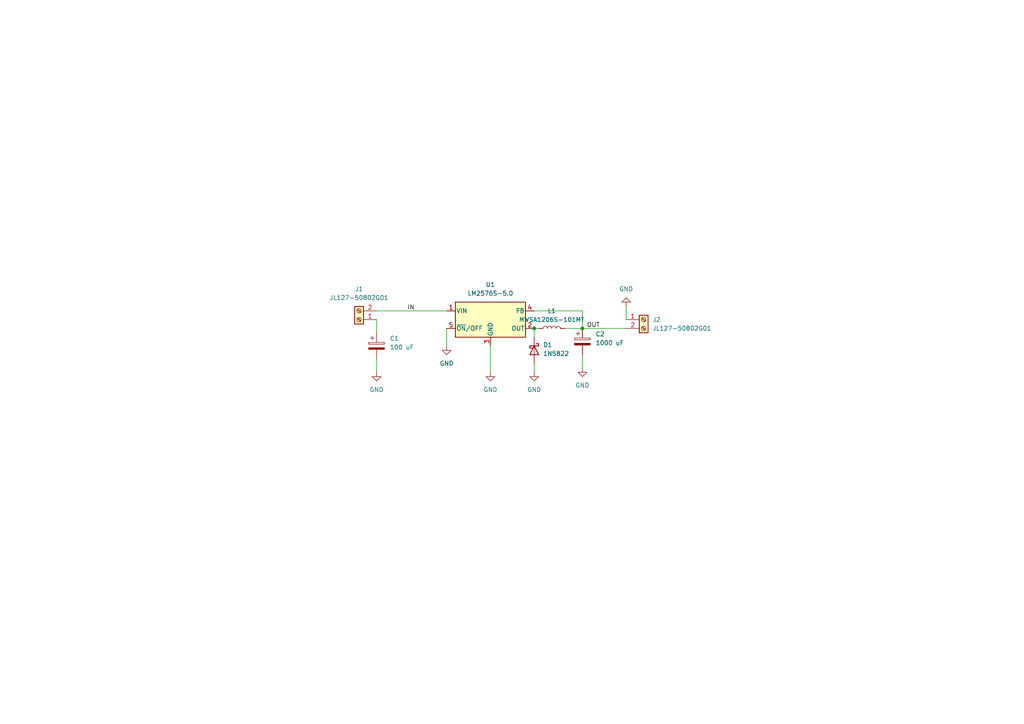
<source format=kicad_sch>
(kicad_sch (version 20230121) (generator eeschema)
  (paper "A4")
  (lib_symbols
    (symbol "Connector:Screw_Terminal_01x02" (pin_names (offset 1.016) hide)
      (property "Reference" "J" (at 0 2.54 0))
      (property "Value" "Screw_Terminal_01x02" (at 0 -5.08 0))
      (symbol "Screw_Terminal_01x02_1_1"
        (rectangle (start -1.27 1.27) (end 1.27 -3.81) (stroke (width 0.254)) (fill (type background)))
        (circle (center 0 -2.54) (radius 0.635) (stroke (width 0.1524)))
        (polyline (pts (xy -0.5334 -2.2098) (xy 0.3302 -3.048)) (stroke (width 0.1524)))
        (polyline (pts (xy -0.5334 0.3302) (xy 0.3302 -0.508)) (stroke (width 0.1524)))
        (polyline (pts (xy -0.3556 -2.032) (xy 0.508 -2.8702)) (stroke (width 0.1524)))
        (polyline (pts (xy -0.3556 0.508) (xy 0.508 -0.3302)) (stroke (width 0.1524)))
        (circle (center 0 0) (radius 0.635) (stroke (width 0.1524)))
        (pin passive line (at -5.08 0 0) (length 3.81) (name "Pin_1") (number "1"))
        (pin passive line (at -5.08 -2.54 0) (length 3.81) (name "Pin_2") (number "2"))
      )
    )
    (symbol "Device:C_Polarized" (pin_numbers hide) (pin_names (offset 0.254))
      (property "Reference" "C" (at 0.635 2.54 0))
      (property "Value" "C_Polarized" (at 0.635 -2.54 0))
      (symbol "C_Polarized_0_1"
        (rectangle (start -2.286 0.508) (end 2.286 1.016))
        (polyline (pts (xy -1.778 2.286) (xy -0.762 2.286)))
        (polyline (pts (xy -1.27 2.794) (xy -1.27 1.778)))
        (rectangle (start 2.286 -0.508) (end -2.286 -1.016) (fill (type outline)))
      )
      (symbol "C_Polarized_1_1"
        (pin passive line (at 0 3.81 270) (length 2.794) (name "~") (number "1"))
        (pin passive line (at 0 -3.81 90) (length 2.794) (name "~") (number "2"))
      )
    )
    (symbol "Device:L" (pin_numbers hide) (pin_names (offset 1.016) hide)
      (property "Reference" "L" (at -1.27 0 90))
      (property "Value" "L" (at 1.905 0 90))
      (symbol "L_0_1"
        (arc (start 0 -2.54) (mid 0.6323 -1.905) (end 0 -1.27))
        (arc (start 0 -1.27) (mid 0.6323 -0.635) (end 0 0))
        (arc (start 0 0) (mid 0.6323 0.635) (end 0 1.27))
        (arc (start 0 1.27) (mid 0.6323 1.905) (end 0 2.54))
      )
      (symbol "L_1_1"
        (pin passive line (at 0 3.81 270) (length 1.27) (name "1") (number "1"))
        (pin passive line (at 0 -3.81 90) (length 1.27) (name "2") (number "2"))
      )
    )
    (symbol "Diode:1N5822" (pin_numbers hide) (pin_names (offset 1.016) hide)
      (property "Reference" "D" (at 0 2.54 0))
      (property "Value" "1N5822" (at 0 -2.54 0))
      (symbol "1N5822_0_1"
        (polyline (pts (xy 1.27 0) (xy -1.27 0)))
        (polyline (pts (xy 1.27 1.27) (xy 1.27 -1.27) (xy -1.27 0) (xy 1.27 1.27)) (stroke (width 0.254)))
        (polyline (pts (xy -1.905 0.635) (xy -1.905 1.27) (xy -1.27 1.27) (xy -1.27 -1.27) (xy -0.635 -1.27) (xy -0.635 -0.635)) (stroke (width 0.254)))
      )
      (symbol "1N5822_1_1"
        (pin passive line (at -3.81 0 0) (length 2.54) (name "K") (number "1"))
        (pin passive line (at 3.81 0 180) (length 2.54) (name "A") (number "2"))
      )
    )
    (symbol "Regulator_Switching:LM2576S-5" (pin_names (offset 0.254))
      (property "Reference" "U" (at -10.16 6.35 0))
      (property "Value" "LM2576S-5" (at 0 6.35 0))
      (symbol "LM2576S-5_0_1"
        (rectangle (start -10.16 5.08) (end 10.16 -5.08) (stroke (width 0.254)) (fill (type background)))
      )
      (symbol "LM2576S-5_1_1"
        (pin power_in line (at -12.7 2.54 0) (length 2.54) (name "VIN") (number "1"))
        (pin output line (at 12.7 -2.54 180) (length 2.54) (name "OUT") (number "2"))
        (pin power_in line (at 0 -7.62 90) (length 2.54) (name "GND") (number "3"))
        (pin input line (at 12.7 2.54 180) (length 2.54) (name "FB") (number "4"))
        (pin input line (at -12.7 -2.54 0) (length 2.54) (name "~{ON}/OFF") (number "5"))
      )
    )
    (symbol "power:GND" (power) (pin_names (offset 0))
      (property "Value" "GND" (at 0 -3.81 0))
      (symbol "GND_0_1"
        (polyline (pts (xy 0 0) (xy 0 -1.27) (xy 1.27 -1.27) (xy 0 -2.54) (xy -1.27 -1.27) (xy 0 -1.27)))
      )
      (symbol "GND_1_1"
        (pin power_in line (at 0 0 270) (length 0) hide (name "GND") (number "1"))
      )
    )
  )
  (junction (at 154.94 95.25))
  (junction (at 168.91 95.25))
  (wire (pts (xy 129.54 95.25) (xy 129.54 100.33)))
  (wire (pts (xy 142.24 100.33) (xy 142.24 107.95)))
  (wire (pts (xy 154.94 90.17) (xy 168.91 90.17)))
  (wire (pts (xy 109.22 90.17) (xy 129.54 90.17)))
  (wire (pts (xy 163.83 95.25) (xy 168.91 95.25)))
  (wire (pts (xy 168.91 95.25) (xy 181.61 95.25)))
  (wire (pts (xy 109.22 104.14) (xy 109.22 107.95)))
  (wire (pts (xy 168.91 102.87) (xy 168.91 106.68)))
  (wire (pts (xy 168.91 90.17) (xy 168.91 95.25)))
  (wire (pts (xy 154.94 95.25) (xy 154.94 97.79)))
  (wire (pts (xy 109.22 92.71) (xy 109.22 96.52)))
  (wire (pts (xy 154.94 105.41) (xy 154.94 107.95)))
  (wire (pts (xy 154.94 95.25) (xy 156.21 95.25)))
  (wire (pts (xy 181.61 88.9) (xy 181.61 92.71)))
  (label "IN" (at 118.11 90.17 0))
  (label "OUT" (at 170.18 95.25 0))
  (symbol (lib_id "Device:C_Polarized") (at 168.91 99.06 0) (unit 1)
    (property "Reference" "C2" (at 172.72 96.901 0) (effects (justify left)))
    (property "Value" "1000 uF" (at 172.72 99.441 0) (effects (justify left)))
    (property "Footprint" "homemadestepdowns:CAP-TH_BD8.0-P3.50-D0.6-FD" (effects hide))
    (property "LCSC Part #" "C311638" (effects hide))
  )
  (symbol (lib_id "Connector:Screw_Terminal_01x02") (at 104.14 92.71 180) (unit 1)
    (property "Reference" "J1" (at 104.14 83.82 0))
    (property "Value" "JL127-50802G01" (at 104.14 86.36 0))
    (property "Footprint" "homemadestepdowns:CONN-TH_2P-P5.08_JL127-50802G01" (effects hide))
    (property "LCSC Part #" "C409161" (effects hide))
  )
  (symbol (lib_id "Regulator_Switching:LM2576S-5") (at 142.24 92.71 0) (unit 1)
    (property "Reference" "U1" (at 142.24 82.55 0))
    (property "Value" "LM2576S-5.0" (at 142.24 85.09 0))
    (property "Footprint" "Package_TO_SOT_SMD:TO-263-5_TabPin3" (effects hide))
    (property "Datasheet" "http://www.ti.com/lit/ds/symlink/lm2576.pdf" (effects hide))
    (property "LCSC Part #" "C2920854" (effects hide))
  )
  (symbol (lib_id "Connector:Screw_Terminal_01x02") (at 186.69 92.71 0) (unit 1)
    (property "Reference" "J2" (at 189.23 92.71 0) (effects (justify left)))
    (property "Value" "JL127-50802G01" (at 189.23 95.25 0) (effects (justify left)))
    (property "Footprint" "homemadestepdowns:CONN-TH_2P-P5.08_JL127-50802G01" (effects hide))
    (property "LCSC Part #" "C409161" (effects hide))
  )
  (symbol (lib_id "Device:C_Polarized") (at 109.22 100.33 0) (unit 1)
    (property "Reference" "C1" (at 113.03 98.171 0) (effects (justify left)))
    (property "Value" "100 uF" (at 113.03 100.711 0) (effects (justify left)))
    (property "Footprint" "homemadestepdowns:CAP-SMD_BD8.0-L8.3-W8.3-FD" (effects hide))
    (property "LCSC Part #" "C116241" (effects hide))
  )
  (symbol (lib_id "power:GND") (at 154.94 107.95 0) (unit 1)
    (property "Reference" "#PWR04" (effects hide))
    (property "Value" "GND" (at 154.94 113.03 0))
  )
  (symbol (lib_id "power:GND") (at 129.54 100.33 0) (unit 1)
    (property "Reference" "#PWR03" (effects hide))
    (property "Value" "GND" (at 129.54 105.41 0))
  )
  (symbol (lib_id "power:GND") (at 109.22 107.95 0) (unit 1)
    (property "Reference" "#PWR01" (effects hide))
    (property "Value" "GND" (at 109.22 113.03 0))
  )
  (symbol (lib_id "power:GND") (at 168.91 106.68 0) (unit 1)
    (property "Reference" "#PWR05" (effects hide))
    (property "Value" "GND" (at 168.91 111.76 0))
  )
  (symbol (lib_id "Device:L") (at 160.02 95.25 90) (unit 1)
    (property "Reference" "L1" (at 160.02 90.17 90))
    (property "Value" "MWSA1206S-101MT" (at 160.02 92.71 90))
    (property "Footprint" "homemadestepdowns:IND-SMD_L13.4-W12.6" (effects hide))
    (property "LCSC Part #" "C408533" (effects hide))
  )
  (symbol (lib_id "power:GND") (at 142.24 107.95 0) (unit 1)
    (property "Reference" "#PWR02" (effects hide))
    (property "Value" "GND" (at 142.24 113.03 0))
  )
  (symbol (lib_id "Diode:1N5822") (at 154.94 101.6 270) (unit 1)
    (property "Reference" "D1" (at 157.48 100.0125 90) (effects (justify left)))
    (property "Value" "1N5822" (at 157.48 102.5525 90) (effects (justify left)))
    (property "Footprint" "Diode_THT:D_DO-201AD_P15.24mm_Horizontal" (effects hide))
    (property "Datasheet" "http://www.vishay.com/docs/88526/1n5820.pdf" (effects hide))
    (property "LCSC Part #" "C2476" (effects hide))
  )
  (symbol (lib_id "power:GND") (at 181.61 88.9 180) (unit 1)
    (property "Reference" "#PWR06" (effects hide))
    (property "Value" "GND" (at 181.61 83.82 0))
  )
)
</source>
